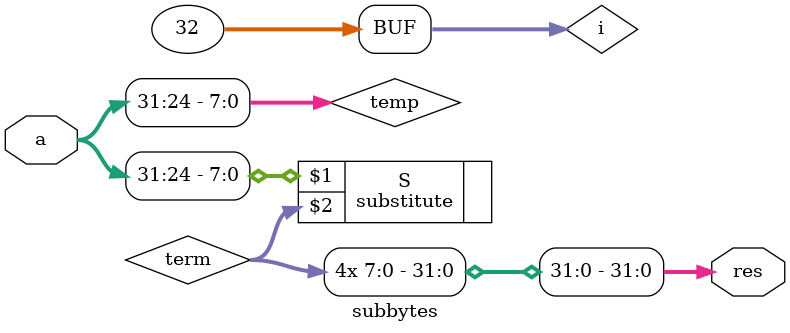
<source format=v>
`timescale 1ns / 1ps
module subbytes(a,res);
input [127:0] a;
output reg [127:0] res;


reg [7:0] temp;
reg [7:0] term;
integer i;
always@(*) begin
	for(i=0;i<32;i=i+8) begin
		temp=a[i+:8];
		#10 res[i+:8]=term;
	end
end
substitute S(temp,term);
endmodule

</source>
